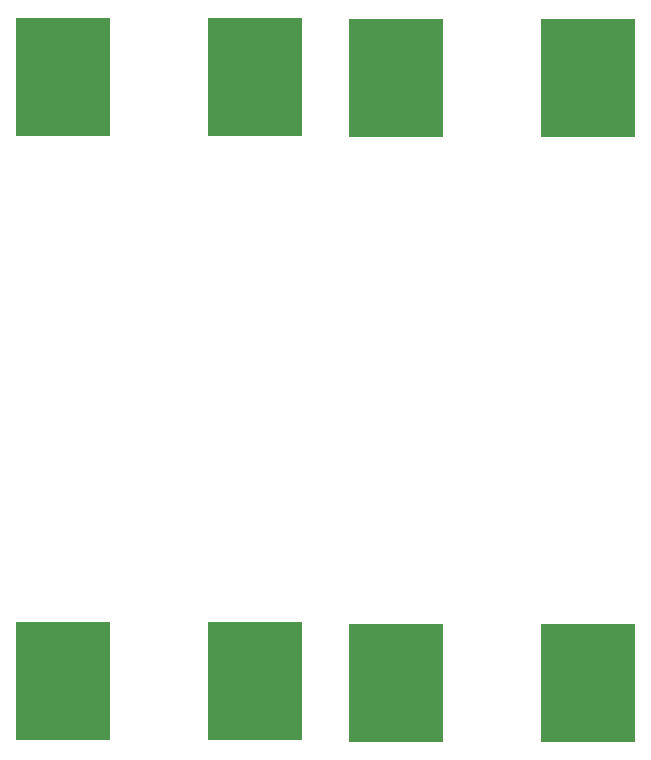
<source format=gbr>
G04 EAGLE Gerber RS-274X export*
G75*
%MOMM*%
%FSLAX34Y34*%
%LPD*%
%INSolderpaste Top*%
%IPPOS*%
%AMOC8*
5,1,8,0,0,1.08239X$1,22.5*%
G01*
%ADD10R,8.000000X10.000000*%


D10*
X714370Y794740D03*
X877370Y794740D03*
X714370Y282740D03*
X877370Y282740D03*
X432430Y796010D03*
X595430Y796010D03*
X432430Y284010D03*
X595430Y284010D03*
M02*

</source>
